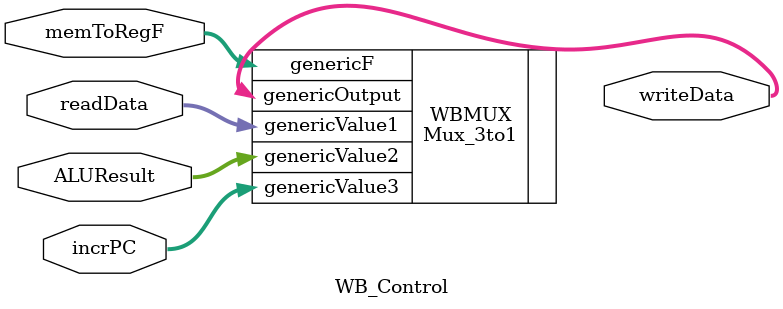
<source format=v>
/*------------------------------------------------------------------ 
-- Haley Whitman & Andrew Hill
-- May 2016
-- CAES: Computer Architecture and Embedded Systems Laboratory
-- University of Oregon
-- Eugene, OR
-- 
--  
-- Filename: WB_Control.v
--
-----------------------------------------------------------------*/

module WB_Control(
	input[31:0] ALUResult,
	input[31:0] readData,
	input[31:0] incrPC,
	input[1:0] memToRegF,
	output[31:0] writeData
	);

Mux_3to1 WBMUX(
	.genericValue1(readData),
	.genericValue2(ALUResult),
	.genericValue3(incrPC),
	.genericF(memToRegF),
	.genericOutput(writeData)
	);




endmodule
</source>
